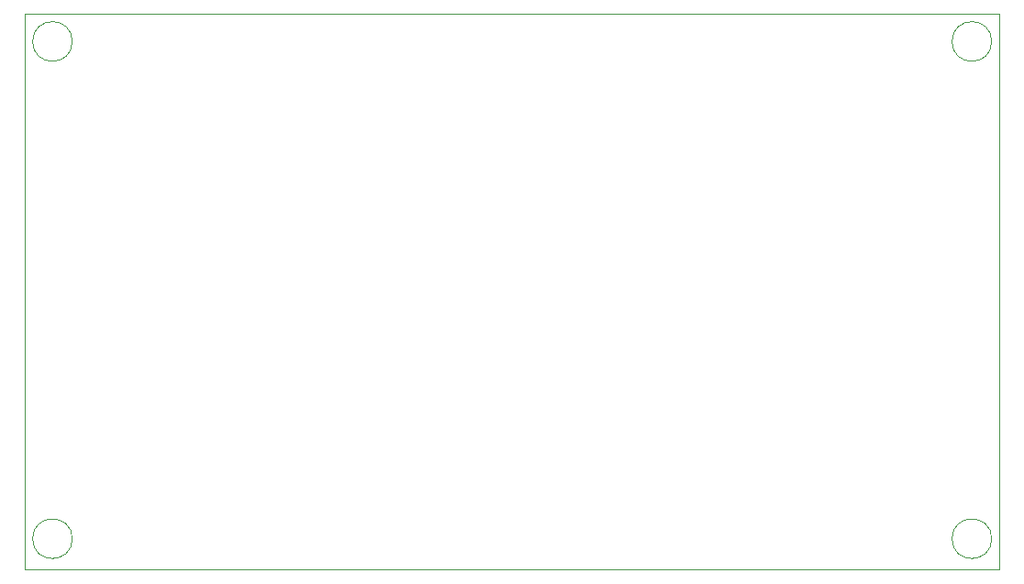
<source format=gbr>
G04 #@! TF.GenerationSoftware,KiCad,Pcbnew,8.0.2*
G04 #@! TF.CreationDate,2024-08-12T21:40:22+02:00*
G04 #@! TF.ProjectId,12v_stripe_controller_mini,3132765f-7374-4726-9970-655f636f6e74,rev?*
G04 #@! TF.SameCoordinates,Original*
G04 #@! TF.FileFunction,Profile,NP*
%FSLAX46Y46*%
G04 Gerber Fmt 4.6, Leading zero omitted, Abs format (unit mm)*
G04 Created by KiCad (PCBNEW 8.0.2) date 2024-08-12 21:40:22*
%MOMM*%
%LPD*%
G01*
G04 APERTURE LIST*
G04 #@! TA.AperFunction,Profile*
%ADD10C,0.050000*%
G04 #@! TD*
G04 #@! TA.AperFunction,Profile*
%ADD11C,0.100000*%
G04 #@! TD*
G04 APERTURE END LIST*
D10*
X101018620Y-83566000D02*
G75*
G02*
X97355380Y-83566000I-1831620J0D01*
G01*
X97355380Y-83566000D02*
G75*
G02*
X101018620Y-83566000I1831620J0D01*
G01*
X101018620Y-129486380D02*
G75*
G02*
X97355380Y-129486380I-1831620J0D01*
G01*
X97355380Y-129486380D02*
G75*
G02*
X101018620Y-129486380I1831620J0D01*
G01*
X185854620Y-129486380D02*
G75*
G02*
X182191380Y-129486380I-1831620J0D01*
G01*
X182191380Y-129486380D02*
G75*
G02*
X185854620Y-129486380I1831620J0D01*
G01*
D11*
X186563000Y-132334000D02*
X96647000Y-132334000D01*
D10*
X185854620Y-83566000D02*
G75*
G02*
X182191380Y-83566000I-1831620J0D01*
G01*
X182191380Y-83566000D02*
G75*
G02*
X185854620Y-83566000I1831620J0D01*
G01*
D11*
X96647000Y-81026000D02*
X186563000Y-81026000D01*
X186563000Y-81026000D02*
X186563000Y-132334000D01*
X96647000Y-132334000D02*
X96647000Y-81026000D01*
M02*

</source>
